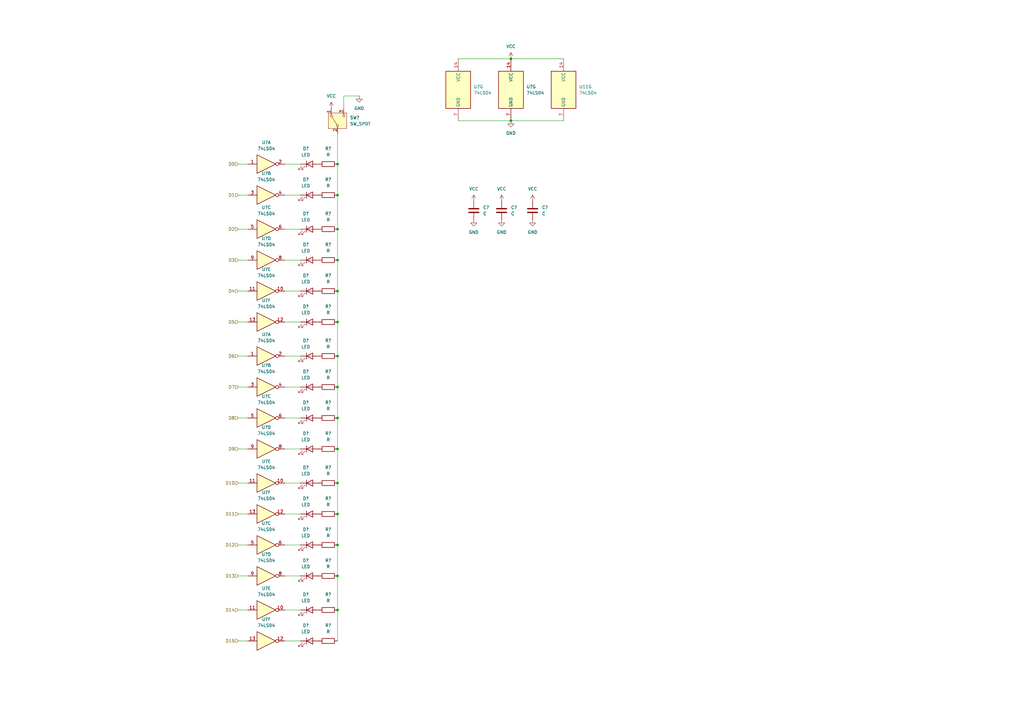
<source format=kicad_sch>
(kicad_sch (version 20231120) (generator "eeschema") (generator_version "8.0")
  (paper "A3")
  (lib_symbols
    (symbol "74xx:74LS04"
      (property "Reference" "U" (at 0 1.27 0))
      (property "Value" "74LS04" (at 0 -1.27 0))
      (symbol "74LS04_1_0"
        (polyline (pts (xy -3.81 3.81) (xy -3.81 -3.81) (xy 3.81 0) (xy -3.81 3.81)) (stroke (width 0.254)) (fill (type background)))
        (pin input line (at -7.62 0 0) (length 3.81) (name "~") (number "1"))
        (pin output inverted (at 7.62 0 180) (length 3.81) (name "~") (number "2"))
      )
      (symbol "74LS04_2_0"
        (polyline (pts (xy -3.81 3.81) (xy -3.81 -3.81) (xy 3.81 0) (xy -3.81 3.81)) (stroke (width 0.254)) (fill (type background)))
        (pin input line (at -7.62 0 0) (length 3.81) (name "~") (number "3"))
        (pin output inverted (at 7.62 0 180) (length 3.81) (name "~") (number "4"))
      )
      (symbol "74LS04_3_0"
        (polyline (pts (xy -3.81 3.81) (xy -3.81 -3.81) (xy 3.81 0) (xy -3.81 3.81)) (stroke (width 0.254)) (fill (type background)))
        (pin input line (at -7.62 0 0) (length 3.81) (name "~") (number "5"))
        (pin output inverted (at 7.62 0 180) (length 3.81) (name "~") (number "6"))
      )
      (symbol "74LS04_4_0"
        (polyline (pts (xy -3.81 3.81) (xy -3.81 -3.81) (xy 3.81 0) (xy -3.81 3.81)) (stroke (width 0.254)) (fill (type background)))
        (pin output inverted (at 7.62 0 180) (length 3.81) (name "~") (number "8"))
        (pin input line (at -7.62 0 0) (length 3.81) (name "~") (number "9"))
      )
      (symbol "74LS04_5_0"
        (polyline (pts (xy -3.81 3.81) (xy -3.81 -3.81) (xy 3.81 0) (xy -3.81 3.81)) (stroke (width 0.254)) (fill (type background)))
        (pin output inverted (at 7.62 0 180) (length 3.81) (name "~") (number "10"))
        (pin input line (at -7.62 0 0) (length 3.81) (name "~") (number "11"))
      )
      (symbol "74LS04_6_0"
        (polyline (pts (xy -3.81 3.81) (xy -3.81 -3.81) (xy 3.81 0) (xy -3.81 3.81)) (stroke (width 0.254)) (fill (type background)))
        (pin output inverted (at 7.62 0 180) (length 3.81) (name "~") (number "12"))
        (pin input line (at -7.62 0 0) (length 3.81) (name "~") (number "13"))
      )
      (symbol "74LS04_7_0"
        (pin power_in line (at 0 12.7 270) (length 5.08) (name "VCC") (number "14"))
        (pin power_in line (at 0 -12.7 90) (length 5.08) (name "GND") (number "7"))
      )
      (symbol "74LS04_7_1"
        (rectangle (start -5.08 7.62) (end 5.08 -7.62) (stroke (width 0.254)) (fill (type background)))
      )
    )
    (symbol "Device:C" (pin_numbers hide) (pin_names (offset 0.254))
      (property "Reference" "C" (at 0.635 2.54 0))
      (property "Value" "C" (at 0.635 -2.54 0))
      (symbol "C_0_1"
        (polyline (pts (xy -2.032 -0.762) (xy 2.032 -0.762)) (stroke (width 0.508)))
        (polyline (pts (xy -2.032 0.762) (xy 2.032 0.762)) (stroke (width 0.508)))
      )
      (symbol "C_1_1"
        (pin passive line (at 0 3.81 270) (length 2.794) (name "~") (number "1"))
        (pin passive line (at 0 -3.81 90) (length 2.794) (name "~") (number "2"))
      )
    )
    (symbol "Device:LED" (pin_numbers hide) (pin_names (offset 1.016) hide)
      (property "Reference" "D" (at 0 2.54 0))
      (property "Value" "LED" (at 0 -2.54 0))
      (symbol "LED_0_1"
        (polyline (pts (xy -1.27 -1.27) (xy -1.27 1.27)) (stroke (width 0.254)))
        (polyline (pts (xy -1.27 0) (xy 1.27 0)))
        (polyline (pts (xy 1.27 -1.27) (xy 1.27 1.27) (xy -1.27 0) (xy 1.27 -1.27)) (stroke (width 0.254)))
        (polyline (pts (xy -3.048 -0.762) (xy -4.572 -2.286) (xy -3.81 -2.286) (xy -4.572 -2.286) (xy -4.572 -1.524)))
        (polyline (pts (xy -1.778 -0.762) (xy -3.302 -2.286) (xy -2.54 -2.286) (xy -3.302 -2.286) (xy -3.302 -1.524)))
      )
      (symbol "LED_1_1"
        (pin passive line (at -3.81 0 0) (length 2.54) (name "K") (number "1"))
        (pin passive line (at 3.81 0 180) (length 2.54) (name "A") (number "2"))
      )
    )
    (symbol "Device:R" (pin_numbers hide) (pin_names (offset 0))
      (property "Reference" "R" (at 2.032 0 90))
      (property "Value" "R" (at 0 0 90))
      (symbol "R_0_1"
        (rectangle (start -1.016 -2.54) (end 1.016 2.54) (stroke (width 0.254)))
      )
      (symbol "R_1_1"
        (pin passive line (at 0 3.81 270) (length 1.27) (name "~") (number "1"))
        (pin passive line (at 0 -3.81 90) (length 1.27) (name "~") (number "2"))
      )
    )
    (symbol "Switch:SW_SPDT" (pin_names (offset 0) hide)
      (property "Reference" "SW" (at 0 5.08 0))
      (property "Value" "SW_SPDT" (at 0 -5.08 0))
      (symbol "SW_SPDT_0_1"
        (circle (center -2.032 0) (radius 0.4572))
        (polyline (pts (xy -1.651 0.254) (xy 1.651 2.286)))
        (circle (center 2.032 -2.54) (radius 0.4572))
        (circle (center 2.032 2.54) (radius 0.4572))
      )
      (symbol "SW_SPDT_1_1"
        (rectangle (start -3.175 3.81) (end 3.175 -3.81) (fill (type background)))
        (pin passive line (at 5.08 2.54 180) (length 2.54) (name "A") (number "1"))
        (pin passive line (at -5.08 0 0) (length 2.54) (name "B") (number "2"))
        (pin passive line (at 5.08 -2.54 180) (length 2.54) (name "C") (number "3"))
      )
    )
    (symbol "power:GND" (power) (pin_numbers hide) (pin_names (offset 0) hide)
      (property "Value" "GND" (at 0 -3.81 0))
      (symbol "GND_0_1"
        (polyline (pts (xy 0 0) (xy 0 -1.27) (xy 1.27 -1.27) (xy 0 -2.54) (xy -1.27 -1.27) (xy 0 -1.27)))
      )
      (symbol "GND_1_1"
        (pin power_in line (at 0 0 270) (length 0) (name "~") (number "1"))
      )
    )
    (symbol "power:VCC" (power) (pin_numbers hide) (pin_names (offset 0) hide)
      (property "Value" "VCC" (at 0 3.556 0))
      (symbol "VCC_0_1"
        (polyline (pts (xy -0.762 1.27) (xy 0 2.54)))
        (polyline (pts (xy 0 0) (xy 0 2.54)))
        (polyline (pts (xy 0 2.54) (xy 0.762 1.27)))
      )
      (symbol "VCC_1_1"
        (pin power_in line (at 0 0 90) (length 0) (name "~") (number "1"))
      )
    )
  )
  (junction (at 138.43 146.05))
  (junction (at 138.43 171.45))
  (junction (at 138.43 106.68))
  (junction (at 138.43 67.31))
  (junction (at 138.43 210.82))
  (junction (at 138.43 158.75))
  (junction (at 138.43 250.19))
  (junction (at 138.43 119.38))
  (junction (at 138.43 236.22))
  (junction (at 138.43 184.15))
  (junction (at 209.55 49.53))
  (junction (at 138.43 223.52))
  (junction (at 138.43 198.12))
  (junction (at 138.43 93.98))
  (junction (at 138.43 132.08))
  (junction (at 138.43 80.01))
  (junction (at 209.55 24.13))
  (wire (pts (xy 138.43 171.45) (xy 138.43 184.15)))
  (wire (pts (xy 138.43 158.75) (xy 138.43 171.45)))
  (wire (pts (xy 116.84 132.08) (xy 123.19 132.08)))
  (wire (pts (xy 116.84 106.68) (xy 123.19 106.68)))
  (wire (pts (xy 116.84 67.31) (xy 123.19 67.31)))
  (wire (pts (xy 116.84 80.01) (xy 123.19 80.01)))
  (wire (pts (xy 138.43 132.08) (xy 138.43 146.05)))
  (wire (pts (xy 97.79 262.89) (xy 101.6 262.89)))
  (wire (pts (xy 138.43 67.31) (xy 138.43 80.01)))
  (wire (pts (xy 116.84 250.19) (xy 123.19 250.19)))
  (wire (pts (xy 97.79 184.15) (xy 101.6 184.15)))
  (wire (pts (xy 116.84 210.82) (xy 123.19 210.82)))
  (wire (pts (xy 138.43 184.15) (xy 138.43 198.12)))
  (wire (pts (xy 97.79 198.12) (xy 101.6 198.12)))
  (wire (pts (xy 97.79 223.52) (xy 101.6 223.52)))
  (wire (pts (xy 116.84 171.45) (xy 123.19 171.45)))
  (wire (pts (xy 116.84 146.05) (xy 123.19 146.05)))
  (wire (pts (xy 138.43 250.19) (xy 138.43 262.89)))
  (wire (pts (xy 97.79 210.82) (xy 101.6 210.82)))
  (wire (pts (xy 116.84 236.22) (xy 123.19 236.22)))
  (wire (pts (xy 97.79 146.05) (xy 101.6 146.05)))
  (wire (pts (xy 187.96 49.53) (xy 209.55 49.53)))
  (wire (pts (xy 209.55 24.13) (xy 231.14 24.13)))
  (wire (pts (xy 138.43 236.22) (xy 138.43 250.19)))
  (wire (pts (xy 138.43 223.52) (xy 138.43 236.22)))
  (wire (pts (xy 97.79 93.98) (xy 101.6 93.98)))
  (wire (pts (xy 138.43 93.98) (xy 138.43 106.68)))
  (wire (pts (xy 97.79 236.22) (xy 101.6 236.22)))
  (wire (pts (xy 116.84 119.38) (xy 123.19 119.38)))
  (wire (pts (xy 187.96 24.13) (xy 209.55 24.13)))
  (wire (pts (xy 138.43 146.05) (xy 138.43 158.75)))
  (wire (pts (xy 97.79 171.45) (xy 101.6 171.45)))
  (wire (pts (xy 116.84 158.75) (xy 123.19 158.75)))
  (wire (pts (xy 97.79 106.68) (xy 101.6 106.68)))
  (wire (pts (xy 97.79 132.08) (xy 101.6 132.08)))
  (wire (pts (xy 97.79 158.75) (xy 101.6 158.75)))
  (wire (pts (xy 138.43 80.01) (xy 138.43 93.98)))
  (wire (pts (xy 116.84 184.15) (xy 123.19 184.15)))
  (wire (pts (xy 140.97 44.45) (xy 140.97 39.37)))
  (wire (pts (xy 138.43 54.61) (xy 138.43 67.31)))
  (wire (pts (xy 116.84 198.12) (xy 123.19 198.12)))
  (wire (pts (xy 138.43 119.38) (xy 138.43 132.08)))
  (wire (pts (xy 116.84 262.89) (xy 123.19 262.89)))
  (wire (pts (xy 138.43 106.68) (xy 138.43 119.38)))
  (wire (pts (xy 116.84 93.98) (xy 123.19 93.98)))
  (wire (pts (xy 97.79 119.38) (xy 101.6 119.38)))
  (wire (pts (xy 140.97 39.37) (xy 147.32 39.37)))
  (wire (pts (xy 209.55 49.53) (xy 231.14 49.53)))
  (wire (pts (xy 97.79 80.01) (xy 101.6 80.01)))
  (wire (pts (xy 138.43 210.82) (xy 138.43 223.52)))
  (wire (pts (xy 97.79 67.31) (xy 101.6 67.31)))
  (wire (pts (xy 97.79 250.19) (xy 101.6 250.19)))
  (wire (pts (xy 116.84 223.52) (xy 123.19 223.52)))
  (wire (pts (xy 138.43 198.12) (xy 138.43 210.82)))
  (hierarchical_label "D5" (shape input) (at 97.79 132.08 180))
  (hierarchical_label "D6" (shape input) (at 97.79 146.05 180))
  (hierarchical_label "D2" (shape input) (at 97.79 93.98 180))
  (hierarchical_label "D14" (shape input) (at 97.79 250.19 180))
  (hierarchical_label "D15" (shape input) (at 97.79 262.89 180))
  (hierarchical_label "D0" (shape input) (at 97.79 67.31 180))
  (hierarchical_label "D7" (shape input) (at 97.79 158.75 180))
  (hierarchical_label "D10" (shape input) (at 97.79 198.12 180))
  (hierarchical_label "D13" (shape input) (at 97.79 236.22 180))
  (hierarchical_label "D1" (shape input) (at 97.79 80.01 180))
  (hierarchical_label "D4" (shape input) (at 97.79 119.38 180))
  (hierarchical_label "D8" (shape input) (at 97.79 171.45 180))
  (hierarchical_label "D12" (shape input) (at 97.79 223.52 180))
  (hierarchical_label "D11" (shape input) (at 97.79 210.82 180))
  (hierarchical_label "D3" (shape input) (at 97.79 106.68 180))
  (hierarchical_label "D9" (shape input) (at 97.79 184.15 180))
  (symbol (lib_id "Device:R") (at 134.62 106.68 90) (unit 1)
    (property "Reference" "R?" (at 134.62 100.33 90))
    (property "Value" "R" (at 134.62 102.87 90))
    (property "Footprint" "Resistor_SMD:R_0805_2012Metric" (effects (hide yes)))
    (property "Description" "Resistor" (effects (hide yes)))
    (instances (project "pcb_proc_ram" (path "" (reference "R?") (unit 1)) (path "" (reference "R?") (unit 1))) (project "" (path "" (reference "R4") (unit 1))))
  )
  (symbol (lib_id "Device:C") (at 205.74 86.36 0) (unit 1)
    (property "Reference" "C?" (at 209.55 85.0899 0) (effects (justify left)))
    (property "Value" "C" (at 209.55 87.6299 0) (effects (justify left)))
    (property "Footprint" "Capacitor_SMD:C_0805_2012Metric" (effects (hide yes)))
    (property "Description" "Unpolarized capacitor" (effects (hide yes)))
    (instances (project "pcb_proc_ram" (path "" (reference "C?") (unit 1)) (path "" (reference "C?") (unit 1))) (project "" (path "" (reference "C2") (unit 1))))
  )
  (symbol (lib_id "Device:R") (at 134.62 262.89 90) (unit 1)
    (property "Reference" "R?" (at 134.62 256.54 90))
    (property "Value" "R" (at 134.62 259.08 90))
    (property "Footprint" "Resistor_SMD:R_0805_2012Metric" (effects (hide yes)))
    (property "Description" "Resistor" (effects (hide yes)))
    (instances (project "pcb_proc_ram" (path "" (reference "R?") (unit 1)) (path "" (reference "R?") (unit 1))) (project "" (path "" (reference "R16") (unit 1))))
  )
  (symbol (lib_id "Device:LED") (at 127 158.75 0) (unit 1)
    (property "Reference" "D?" (at 125.4125 152.4 0))
    (property "Value" "LED" (at 125.4125 154.94 0))
    (property "Footprint" "LED_THT:LED_Rectangular_W5.0mm_H2.0mm" (effects (hide yes)))
    (property "Description" "Light emitting diode" (effects (hide yes)))
    (instances (project "pcb_proc_ram" (path "" (reference "D?") (unit 1)) (path "" (reference "D?") (unit 1))) (project "" (path "" (reference "D8") (unit 1))))
  )
  (symbol (lib_id "Device:R") (at 134.62 93.98 90) (unit 1)
    (property "Reference" "R?" (at 134.62 87.63 90))
    (property "Value" "R" (at 134.62 90.17 90))
    (property "Footprint" "Resistor_SMD:R_0805_2012Metric" (effects (hide yes)))
    (property "Description" "Resistor" (effects (hide yes)))
    (instances (project "pcb_proc_ram" (path "" (reference "R?") (unit 1)) (path "" (reference "R?") (unit 1))) (project "" (path "" (reference "R3") (unit 1))))
  )
  (symbol (lib_id "power:GND") (at 209.55 49.53 0) (unit 1)
    (property "Reference" "#PWR?" (effects (hide yes)))
    (property "Value" "GND" (at 209.55 54.61 0))
    (property "Description" "Power symbol creates a global label with name \"GND\" , ground" (effects (hide yes)))
    (instances (project "pcb_proc_ram" (path "" (reference "#PWR?") (unit 1)) (path "" (reference "#PWR?") (unit 1))) (project "" (path "" (reference "#PWR022") (unit 1))))
  )
  (symbol (lib_id "74xx:74LS04") (at 209.55 36.83 0) (unit 7)
    (property "Reference" "U?" (at 215.9 35.5599 0) (effects (justify left)))
    (property "Value" "74LS04" (at 215.9 38.0999 0) (effects (justify left)))
    (property "Footprint" "Package_DIP:DIP-14_W7.62mm_LongPads" (effects (hide yes)))
    (property "Datasheet" "http://www.ti.com/lit/gpn/sn74LS04" (effects (hide yes)))
    (property "Description" "Hex Inverter" (effects (hide yes)))
    (instances (project "pcb_proc_ram" (path "" (reference "U?") (unit 7)) (path "" (reference "U?") (unit 7))) (project "" (path "" (reference "U10") (unit 7))))
  )
  (symbol (lib_id "Device:LED") (at 127 262.89 0) (unit 1)
    (property "Reference" "D?" (at 125.4125 256.54 0))
    (property "Value" "LED" (at 125.4125 259.08 0))
    (property "Footprint" "LED_THT:LED_Rectangular_W5.0mm_H2.0mm" (effects (hide yes)))
    (property "Description" "Light emitting diode" (effects (hide yes)))
    (instances (project "pcb_proc_ram" (path "" (reference "D?") (unit 1)) (path "" (reference "D?") (unit 1))) (project "" (path "" (reference "D16") (unit 1))))
  )
  (symbol (lib_id "Device:LED") (at 127 132.08 0) (unit 1)
    (property "Reference" "D?" (at 125.4125 125.73 0))
    (property "Value" "LED" (at 125.4125 128.27 0))
    (property "Footprint" "LED_THT:LED_Rectangular_W5.0mm_H2.0mm" (effects (hide yes)))
    (property "Description" "Light emitting diode" (effects (hide yes)))
    (instances (project "pcb_proc_ram" (path "" (reference "D?") (unit 1)) (path "" (reference "D?") (unit 1))) (project "" (path "" (reference "D6") (unit 1))))
  )
  (symbol (lib_id "Device:LED") (at 127 171.45 0) (unit 1)
    (property "Reference" "D?" (at 125.4125 165.1 0))
    (property "Value" "LED" (at 125.4125 167.64 0))
    (property "Footprint" "LED_THT:LED_Rectangular_W5.0mm_H2.0mm" (effects (hide yes)))
    (property "Description" "Light emitting diode" (effects (hide yes)))
    (instances (project "pcb_proc_ram" (path "" (reference "D?") (unit 1)) (path "" (reference "D?") (unit 1))) (project "" (path "" (reference "D9") (unit 1))))
  )
  (symbol (lib_id "power:VCC") (at 209.55 24.13 0) (unit 1)
    (property "Reference" "#PWR?" (effects (hide yes)))
    (property "Value" "VCC" (at 209.55 19.05 0))
    (property "Description" "Power symbol creates a global label with name \"VCC\"" (effects (hide yes)))
    (instances (project "pcb_proc_ram" (path "" (reference "#PWR?") (unit 1)) (path "" (reference "#PWR?") (unit 1))) (project "" (path "" (reference "#PWR019") (unit 1))))
  )
  (symbol (lib_id "Device:R") (at 134.62 132.08 90) (unit 1)
    (property "Reference" "R?" (at 134.62 125.73 90))
    (property "Value" "R" (at 134.62 128.27 90))
    (property "Footprint" "Resistor_SMD:R_0805_2012Metric" (effects (hide yes)))
    (property "Description" "Resistor" (effects (hide yes)))
    (instances (project "pcb_proc_ram" (path "" (reference "R?") (unit 1)) (path "" (reference "R?") (unit 1))) (project "" (path "" (reference "R6") (unit 1))))
  )
  (symbol (lib_id "power:GND") (at 218.44 90.17 0) (unit 1)
    (property "Reference" "#PWR?" (effects (hide yes)))
    (property "Value" "GND" (at 218.44 95.25 0))
    (property "Description" "Power symbol creates a global label with name \"GND\" , ground" (effects (hide yes)))
    (instances (project "pcb_proc_ram" (path "" (reference "#PWR?") (unit 1)) (path "" (reference "#PWR?") (unit 1))) (project "" (path "" (reference "#PWR028") (unit 1))))
  )
  (symbol (lib_id "74xx:74LS04") (at 109.22 67.31 0) (unit 1)
    (property "Reference" "U?" (at 109.22 58.42 0))
    (property "Value" "74LS04" (at 109.22 60.96 0))
    (property "Footprint" "Package_DIP:DIP-14_W7.62mm_Socket_LongPads" (effects (hide yes)))
    (property "Datasheet" "http://www.ti.com/lit/gpn/sn74LS04" (effects (hide yes)))
    (property "Description" "Hex Inverter" (effects (hide yes)))
    (instances (project "pcb_proc_ram" (path "" (reference "U?") (unit 1)) (path "" (reference "U?") (unit 1))) (project "" (path "" (reference "U9") (unit 1))))
  )
  (symbol (lib_id "power:GND") (at 194.31 90.17 0) (unit 1)
    (property "Reference" "#PWR?" (effects (hide yes)))
    (property "Value" "GND" (at 194.31 95.25 0))
    (property "Description" "Power symbol creates a global label with name \"GND\" , ground" (effects (hide yes)))
    (instances (project "pcb_proc_ram" (path "" (reference "#PWR?") (unit 1)) (path "" (reference "#PWR?") (unit 1))) (project "" (path "" (reference "#PWR026") (unit 1))))
  )
  (symbol (lib_id "74xx:74LS04") (at 187.96 36.83 0) (unit 7)
    (property "Reference" "U?" (at 194.31 35.5599 0) (effects (justify left)))
    (property "Value" "74LS04" (at 194.31 38.0999 0) (effects (justify left)))
    (property "Footprint" "Package_DIP:DIP-14_W7.62mm_Socket_LongPads" (effects (hide yes)))
    (property "Datasheet" "http://www.ti.com/lit/gpn/sn74LS04" (effects (hide yes)))
    (property "Description" "Hex Inverter" (effects (hide yes)))
    (instances (project "pcb_proc_ram" (path "" (reference "U?") (unit 7)) (path "" (reference "U?") (unit 7))) (project "" (path "" (reference "U9") (unit 7))))
  )
  (symbol (lib_id "Device:LED") (at 127 106.68 0) (unit 1)
    (property "Reference" "D?" (at 125.4125 100.33 0))
    (property "Value" "LED" (at 125.4125 102.87 0))
    (property "Footprint" "LED_THT:LED_Rectangular_W5.0mm_H2.0mm" (effects (hide yes)))
    (property "Description" "Light emitting diode" (effects (hide yes)))
    (instances (project "pcb_proc_ram" (path "" (reference "D?") (unit 1)) (path "" (reference "D?") (unit 1))) (project "" (path "" (reference "D4") (unit 1))))
  )
  (symbol (lib_id "74xx:74LS04") (at 109.22 146.05 0) (unit 1)
    (property "Reference" "U?" (at 109.22 137.16 0))
    (property "Value" "74LS04" (at 109.22 139.7 0))
    (property "Footprint" "Package_DIP:DIP-14_W7.62mm_LongPads" (effects (hide yes)))
    (property "Datasheet" "http://www.ti.com/lit/gpn/sn74LS04" (effects (hide yes)))
    (property "Description" "Hex Inverter" (effects (hide yes)))
    (instances (project "pcb_proc_ram" (path "" (reference "U?") (unit 1)) (path "" (reference "U?") (unit 1))) (project "" (path "" (reference "U10") (unit 1))))
  )
  (symbol (lib_id "power:VCC") (at 205.74 82.55 0) (unit 1)
    (property "Reference" "#PWR?" (effects (hide yes)))
    (property "Value" "VCC" (at 205.74 77.47 0))
    (property "Description" "Power symbol creates a global label with name \"VCC\"" (effects (hide yes)))
    (instances (project "pcb_proc_ram" (path "" (reference "#PWR?") (unit 1)) (path "" (reference "#PWR?") (unit 1))) (project "" (path "" (reference "#PWR024") (unit 1))))
  )
  (symbol (lib_id "power:VCC") (at 135.89 44.45 0) (unit 1)
    (property "Reference" "#PWR?" (effects (hide yes)))
    (property "Value" "VCC" (at 135.89 39.37 0))
    (property "Description" "Power symbol creates a global label with name \"VCC\"" (effects (hide yes)))
    (instances (project "pcb_proc_ram" (path "" (reference "#PWR?") (unit 1)) (path "" (reference "#PWR?") (unit 1))) (project "" (path "" (reference "#PWR021") (unit 1))))
  )
  (symbol (lib_id "Device:R") (at 134.62 223.52 90) (unit 1)
    (property "Reference" "R?" (at 134.62 217.17 90))
    (property "Value" "R" (at 134.62 219.71 90))
    (property "Footprint" "Resistor_SMD:R_0805_2012Metric" (effects (hide yes)))
    (property "Description" "Resistor" (effects (hide yes)))
    (instances (project "pcb_proc_ram" (path "" (reference "R?") (unit 1)) (path "" (reference "R?") (unit 1))) (project "" (path "" (reference "R13") (unit 1))))
  )
  (symbol (lib_id "Device:R") (at 134.62 80.01 90) (unit 1)
    (property "Reference" "R?" (at 134.62 73.66 90))
    (property "Value" "R" (at 134.62 76.2 90))
    (property "Footprint" "Resistor_SMD:R_0805_2012Metric" (effects (hide yes)))
    (property "Description" "Resistor" (effects (hide yes)))
    (instances (project "pcb_proc_ram" (path "" (reference "R?") (unit 1)) (path "" (reference "R?") (unit 1))) (project "" (path "" (reference "R2") (unit 1))))
  )
  (symbol (lib_id "74xx:74LS04") (at 109.22 106.68 0) (unit 4)
    (property "Reference" "U?" (at 109.22 97.79 0))
    (property "Value" "74LS04" (at 109.22 100.33 0))
    (property "Footprint" "Package_DIP:DIP-14_W7.62mm_Socket_LongPads" (effects (hide yes)))
    (property "Datasheet" "http://www.ti.com/lit/gpn/sn74LS04" (effects (hide yes)))
    (property "Description" "Hex Inverter" (effects (hide yes)))
    (instances (project "pcb_proc_ram" (path "" (reference "U?") (unit 4)) (path "" (reference "U?") (unit 4))) (project "" (path "" (reference "U9") (unit 4))))
  )
  (symbol (lib_id "Device:R") (at 134.62 184.15 90) (unit 1)
    (property "Reference" "R?" (at 134.62 177.8 90))
    (property "Value" "R" (at 134.62 180.34 90))
    (property "Footprint" "Resistor_SMD:R_0805_2012Metric" (effects (hide yes)))
    (property "Description" "Resistor" (effects (hide yes)))
    (instances (project "pcb_proc_ram" (path "" (reference "R?") (unit 1)) (path "" (reference "R?") (unit 1))) (project "" (path "" (reference "R10") (unit 1))))
  )
  (symbol (lib_id "Device:LED") (at 127 236.22 0) (unit 1)
    (property "Reference" "D?" (at 125.4125 229.87 0))
    (property "Value" "LED" (at 125.4125 232.41 0))
    (property "Footprint" "LED_THT:LED_Rectangular_W5.0mm_H2.0mm" (effects (hide yes)))
    (property "Description" "Light emitting diode" (effects (hide yes)))
    (instances (project "pcb_proc_ram" (path "" (reference "D?") (unit 1)) (path "" (reference "D?") (unit 1))) (project "" (path "" (reference "D14") (unit 1))))
  )
  (symbol (lib_id "74xx:74LS04") (at 109.22 198.12 0) (unit 5)
    (property "Reference" "U?" (at 109.22 189.23 0))
    (property "Value" "74LS04" (at 109.22 191.77 0))
    (property "Footprint" "Package_DIP:DIP-14_W7.62mm_LongPads" (effects (hide yes)))
    (property "Datasheet" "http://www.ti.com/lit/gpn/sn74LS04" (effects (hide yes)))
    (property "Description" "Hex Inverter" (effects (hide yes)))
    (instances (project "pcb_proc_ram" (path "" (reference "U?") (unit 5)) (path "" (reference "U?") (unit 5))) (project "" (path "" (reference "U10") (unit 5))))
  )
  (symbol (lib_id "power:GND") (at 147.32 39.37 0) (unit 1)
    (property "Reference" "#PWR?" (effects (hide yes)))
    (property "Value" "GND" (at 147.32 44.45 0))
    (property "Description" "Power symbol creates a global label with name \"GND\" , ground" (effects (hide yes)))
    (instances (project "pcb_proc_ram" (path "" (reference "#PWR?") (unit 1)) (path "" (reference "#PWR?") (unit 1))) (project "" (path "" (reference "#PWR020") (unit 1))))
  )
  (symbol (lib_id "74xx:74LS04") (at 231.14 36.83 0) (unit 7)
    (property "Reference" "U11" (at 237.49 35.5599 0) (effects (justify left)))
    (property "Value" "74LS04" (at 237.49 38.0999 0) (effects (justify left)))
    (property "Footprint" "Package_DIP:DIP-14_W7.62mm_LongPads" (effects (hide yes)))
    (property "Datasheet" "http://www.ti.com/lit/gpn/sn74LS04" (effects (hide yes)))
    (property "Description" "Hex Inverter" (effects (hide yes)))
  )
  (symbol (lib_id "power:VCC") (at 218.44 82.55 0) (unit 1)
    (property "Reference" "#PWR?" (effects (hide yes)))
    (property "Value" "VCC" (at 218.44 77.47 0))
    (property "Description" "Power symbol creates a global label with name \"VCC\"" (effects (hide yes)))
    (instances (project "pcb_proc_ram" (path "" (reference "#PWR?") (unit 1)) (path "" (reference "#PWR?") (unit 1))) (project "" (path "" (reference "#PWR025") (unit 1))))
  )
  (symbol (lib_id "Device:LED") (at 127 119.38 0) (unit 1)
    (property "Reference" "D?" (at 125.4125 113.03 0))
    (property "Value" "LED" (at 125.4125 115.57 0))
    (property "Footprint" "LED_THT:LED_Rectangular_W5.0mm_H2.0mm" (effects (hide yes)))
    (property "Description" "Light emitting diode" (effects (hide yes)))
    (instances (project "pcb_proc_ram" (path "" (reference "D?") (unit 1)) (path "" (reference "D?") (unit 1))) (project "" (path "" (reference "D5") (unit 1))))
  )
  (symbol (lib_id "Device:LED") (at 127 223.52 0) (unit 1)
    (property "Reference" "D?" (at 125.4125 217.17 0))
    (property "Value" "LED" (at 125.4125 219.71 0))
    (property "Footprint" "LED_THT:LED_Rectangular_W5.0mm_H2.0mm" (effects (hide yes)))
    (property "Description" "Light emitting diode" (effects (hide yes)))
    (instances (project "pcb_proc_ram" (path "" (reference "D?") (unit 1)) (path "" (reference "D?") (unit 1))) (project "" (path "" (reference "D13") (unit 1))))
  )
  (symbol (lib_id "74xx:74LS04") (at 109.22 262.89 0) (unit 6)
    (property "Reference" "U?" (at 109.22 254 0))
    (property "Value" "74LS04" (at 109.22 256.54 0))
    (property "Footprint" "Package_DIP:DIP-14_W7.62mm_LongPads" (effects (hide yes)))
    (property "Datasheet" "http://www.ti.com/lit/gpn/sn74LS04" (effects (hide yes)))
    (property "Description" "Hex Inverter" (effects (hide yes)))
    (instances (project "pcb_proc_ram" (path "" (reference "U?") (unit 6)) (path "" (reference "U?") (unit 6))) (project "" (path "" (reference "U11") (unit 6))))
  )
  (symbol (lib_id "Device:C") (at 194.31 86.36 0) (unit 1)
    (property "Reference" "C?" (at 198.12 85.0899 0) (effects (justify left)))
    (property "Value" "C" (at 198.12 87.6299 0) (effects (justify left)))
    (property "Footprint" "Capacitor_SMD:C_0805_2012Metric" (effects (hide yes)))
    (property "Description" "Unpolarized capacitor" (effects (hide yes)))
    (instances (project "pcb_proc_ram" (path "" (reference "C?") (unit 1)) (path "" (reference "C?") (unit 1))) (project "" (path "" (reference "C1") (unit 1))))
  )
  (symbol (lib_id "Device:R") (at 134.62 67.31 90) (unit 1)
    (property "Reference" "R?" (at 134.62 60.96 90))
    (property "Value" "R" (at 134.62 63.5 90))
    (property "Footprint" "Resistor_SMD:R_0805_2012Metric" (effects (hide yes)))
    (property "Description" "Resistor" (effects (hide yes)))
    (instances (project "" (path "" (reference "R?") (unit 1)) (path "" (reference "R?") (unit 1))) (project "" (path "" (reference "R1") (unit 1))))
  )
  (symbol (lib_id "power:VCC") (at 194.31 82.55 0) (unit 1)
    (property "Reference" "#PWR?" (effects (hide yes)))
    (property "Value" "VCC" (at 194.31 77.47 0))
    (property "Description" "Power symbol creates a global label with name \"VCC\"" (effects (hide yes)))
    (instances (project "pcb_proc_ram" (path "" (reference "#PWR?") (unit 1)) (path "" (reference "#PWR?") (unit 1))) (project "" (path "" (reference "#PWR023") (unit 1))))
  )
  (symbol (lib_id "Device:R") (at 134.62 198.12 90) (unit 1)
    (property "Reference" "R?" (at 134.62 191.77 90))
    (property "Value" "R" (at 134.62 194.31 90))
    (property "Footprint" "Resistor_SMD:R_0805_2012Metric" (effects (hide yes)))
    (property "Description" "Resistor" (effects (hide yes)))
    (instances (project "pcb_proc_ram" (path "" (reference "R?") (unit 1)) (path "" (reference "R?") (unit 1))) (project "" (path "" (reference "R11") (unit 1))))
  )
  (symbol (lib_id "74xx:74LS04") (at 109.22 119.38 0) (unit 5)
    (property "Reference" "U?" (at 109.22 110.49 0))
    (property "Value" "74LS04" (at 109.22 113.03 0))
    (property "Footprint" "Package_DIP:DIP-14_W7.62mm_Socket_LongPads" (effects (hide yes)))
    (property "Datasheet" "http://www.ti.com/lit/gpn/sn74LS04" (effects (hide yes)))
    (property "Description" "Hex Inverter" (effects (hide yes)))
    (instances (project "pcb_proc_ram" (path "" (reference "U?") (unit 5)) (path "" (reference "U?") (unit 5))) (project "" (path "" (reference "U9") (unit 5))))
  )
  (symbol (lib_id "Device:R") (at 134.62 210.82 90) (unit 1)
    (property "Reference" "R?" (at 134.62 204.47 90))
    (property "Value" "R" (at 134.62 207.01 90))
    (property "Footprint" "Resistor_SMD:R_0805_2012Metric" (effects (hide yes)))
    (property "Description" "Resistor" (effects (hide yes)))
    (instances (project "pcb_proc_ram" (path "" (reference "R?") (unit 1)) (path "" (reference "R?") (unit 1))) (project "" (path "" (reference "R12") (unit 1))))
  )
  (symbol (lib_id "Device:LED") (at 127 198.12 0) (unit 1)
    (property "Reference" "D?" (at 125.4125 191.77 0))
    (property "Value" "LED" (at 125.4125 194.31 0))
    (property "Footprint" "LED_THT:LED_Rectangular_W5.0mm_H2.0mm" (effects (hide yes)))
    (property "Description" "Light emitting diode" (effects (hide yes)))
    (instances (project "pcb_proc_ram" (path "" (reference "D?") (unit 1)) (path "" (reference "D?") (unit 1))) (project "" (path "" (reference "D11") (unit 1))))
  )
  (symbol (lib_id "Device:R") (at 134.62 158.75 90) (unit 1)
    (property "Reference" "R?" (at 134.62 152.4 90))
    (property "Value" "R" (at 134.62 154.94 90))
    (property "Footprint" "Resistor_SMD:R_0805_2012Metric" (effects (hide yes)))
    (property "Description" "Resistor" (effects (hide yes)))
    (instances (project "pcb_proc_ram" (path "" (reference "R?") (unit 1)) (path "" (reference "R?") (unit 1))) (project "" (path "" (reference "R8") (unit 1))))
  )
  (symbol (lib_id "74xx:74LS04") (at 109.22 171.45 0) (unit 3)
    (property "Reference" "U?" (at 109.22 162.56 0))
    (property "Value" "74LS04" (at 109.22 165.1 0))
    (property "Footprint" "Package_DIP:DIP-14_W7.62mm_LongPads" (effects (hide yes)))
    (property "Datasheet" "http://www.ti.com/lit/gpn/sn74LS04" (effects (hide yes)))
    (property "Description" "Hex Inverter" (effects (hide yes)))
    (instances (project "pcb_proc_ram" (path "" (reference "U?") (unit 3)) (path "" (reference "U?") (unit 3))) (project "" (path "" (reference "U10") (unit 3))))
  )
  (symbol (lib_id "Switch:SW_SPDT") (at 138.43 49.53 90) (unit 1)
    (property "Reference" "SW?" (at 143.51 48.2599 90) (effects (justify right)))
    (property "Value" "SW_SPDT" (at 143.51 50.7999 90) (effects (justify right)))
    (property "Footprint" "Button_Switch_THT:SW_E-Switch_EG1271_SPDT" (effects (hide yes)))
    (property "Description" "Switch, single pole double throw" (effects (hide yes)))
    (instances (project "pcb_proc_ram" (path "" (reference "SW?") (unit 1)) (path "" (reference "SW?") (unit 1))) (project "" (path "" (reference "SW1") (unit 1))))
  )
  (symbol (lib_id "Device:LED") (at 127 146.05 0) (unit 1)
    (property "Reference" "D?" (at 125.4125 139.7 0))
    (property "Value" "LED" (at 125.4125 142.24 0))
    (property "Footprint" "LED_THT:LED_Rectangular_W5.0mm_H2.0mm" (effects (hide yes)))
    (property "Description" "Light emitting diode" (effects (hide yes)))
    (instances (project "pcb_proc_ram" (path "" (reference "D?") (unit 1)) (path "" (reference "D?") (unit 1))) (project "" (path "" (reference "D7") (unit 1))))
  )
  (symbol (lib_id "Device:C") (at 218.44 86.36 0) (unit 1)
    (property "Reference" "C?" (at 222.25 85.0899 0) (effects (justify left)))
    (property "Value" "C" (at 222.25 87.6299 0) (effects (justify left)))
    (property "Footprint" "Capacitor_SMD:C_0805_2012Metric" (effects (hide yes)))
    (property "Description" "Unpolarized capacitor" (effects (hide yes)))
    (instances (project "pcb_proc_ram" (path "" (reference "C?") (unit 1)) (path "" (reference "C?") (unit 1))) (project "" (path "" (reference "C3") (unit 1))))
  )
  (symbol (lib_id "Device:R") (at 134.62 236.22 90) (unit 1)
    (property "Reference" "R?" (at 134.62 229.87 90))
    (property "Value" "R" (at 134.62 232.41 90))
    (property "Footprint" "Resistor_SMD:R_0805_2012Metric" (effects (hide yes)))
    (property "Description" "Resistor" (effects (hide yes)))
    (instances (project "pcb_proc_ram" (path "" (reference "R?") (unit 1)) (path "" (reference "R?") (unit 1))) (project "" (path "" (reference "R14") (unit 1))))
  )
  (symbol (lib_id "Device:R") (at 134.62 119.38 90) (unit 1)
    (property "Reference" "R?" (at 134.62 113.03 90))
    (property "Value" "R" (at 134.62 115.57 90))
    (property "Footprint" "Resistor_SMD:R_0805_2012Metric" (effects (hide yes)))
    (property "Description" "Resistor" (effects (hide yes)))
    (instances (project "pcb_proc_ram" (path "" (reference "R?") (unit 1)) (path "" (reference "R?") (unit 1))) (project "" (path "" (reference "R5") (unit 1))))
  )
  (symbol (lib_id "Device:LED") (at 127 210.82 0) (unit 1)
    (property "Reference" "D?" (at 125.4125 204.47 0))
    (property "Value" "LED" (at 125.4125 207.01 0))
    (property "Footprint" "LED_THT:LED_Rectangular_W5.0mm_H2.0mm" (effects (hide yes)))
    (property "Description" "Light emitting diode" (effects (hide yes)))
    (instances (project "pcb_proc_ram" (path "" (reference "D?") (unit 1)) (path "" (reference "D?") (unit 1))) (project "" (path "" (reference "D12") (unit 1))))
  )
  (symbol (lib_id "74xx:74LS04") (at 109.22 236.22 0) (unit 4)
    (property "Reference" "U?" (at 109.22 227.33 0))
    (property "Value" "74LS04" (at 109.22 229.87 0))
    (property "Footprint" "Package_DIP:DIP-14_W7.62mm_LongPads" (effects (hide yes)))
    (property "Datasheet" "http://www.ti.com/lit/gpn/sn74LS04" (effects (hide yes)))
    (property "Description" "Hex Inverter" (effects (hide yes)))
    (instances (project "pcb_proc_ram" (path "" (reference "U?") (unit 4)) (path "" (reference "U?") (unit 4))) (project "" (path "" (reference "U11") (unit 4))))
  )
  (symbol (lib_id "74xx:74LS04") (at 109.22 223.52 0) (unit 3)
    (property "Reference" "U?" (at 109.22 214.63 0))
    (property "Value" "74LS04" (at 109.22 217.17 0))
    (property "Footprint" "Package_DIP:DIP-14_W7.62mm_LongPads" (effects (hide yes)))
    (property "Datasheet" "http://www.ti.com/lit/gpn/sn74LS04" (effects (hide yes)))
    (property "Description" "Hex Inverter" (effects (hide yes)))
    (instances (project "pcb_proc_ram" (path "" (reference "U?") (unit 3)) (path "" (reference "U?") (unit 3))) (project "" (path "" (reference "U11") (unit 3))))
  )
  (symbol (lib_id "Device:R") (at 134.62 250.19 90) (unit 1)
    (property "Reference" "R?" (at 134.62 243.84 90))
    (property "Value" "R" (at 134.62 246.38 90))
    (property "Footprint" "Resistor_SMD:R_0805_2012Metric" (effects (hide yes)))
    (property "Description" "Resistor" (effects (hide yes)))
    (instances (project "pcb_proc_ram" (path "" (reference "R?") (unit 1)) (path "" (reference "R?") (unit 1))) (project "" (path "" (reference "R15") (unit 1))))
  )
  (symbol (lib_id "Device:R") (at 134.62 171.45 90) (unit 1)
    (property "Reference" "R?" (at 134.62 165.1 90))
    (property "Value" "R" (at 134.62 167.64 90))
    (property "Footprint" "Resistor_SMD:R_0805_2012Metric" (effects (hide yes)))
    (property "Description" "Resistor" (effects (hide yes)))
    (instances (project "pcb_proc_ram" (path "" (reference "R?") (unit 1)) (path "" (reference "R?") (unit 1))) (project "" (path "" (reference "R9") (unit 1))))
  )
  (symbol (lib_id "power:GND") (at 205.74 90.17 0) (unit 1)
    (property "Reference" "#PWR?" (effects (hide yes)))
    (property "Value" "GND" (at 205.74 95.25 0))
    (property "Description" "Power symbol creates a global label with name \"GND\" , ground" (effects (hide yes)))
    (instances (project "pcb_proc_ram" (path "" (reference "#PWR?") (unit 1)) (path "" (reference "#PWR?") (unit 1))) (project "" (path "" (reference "#PWR027") (unit 1))))
  )
  (symbol (lib_id "Device:LED") (at 127 67.31 0) (unit 1)
    (property "Reference" "D?" (at 125.4125 60.96 0))
    (property "Value" "LED" (at 125.4125 63.5 0))
    (property "Footprint" "LED_THT:LED_Rectangular_W5.0mm_H2.0mm" (effects (hide yes)))
    (property "Description" "Light emitting diode" (effects (hide yes)))
    (instances (project "pcb_proc_ram" (path "" (reference "D?") (unit 1)) (path "" (reference "D?") (unit 1))) (project "" (path "" (reference "D1") (unit 1))))
  )
  (symbol (lib_id "74xx:74LS04") (at 109.22 184.15 0) (unit 4)
    (property "Reference" "U?" (at 109.22 175.26 0))
    (property "Value" "74LS04" (at 109.22 177.8 0))
    (property "Footprint" "Package_DIP:DIP-14_W7.62mm_LongPads" (effects (hide yes)))
    (property "Datasheet" "http://www.ti.com/lit/gpn/sn74LS04" (effects (hide yes)))
    (property "Description" "Hex Inverter" (effects (hide yes)))
    (instances (project "pcb_proc_ram" (path "" (reference "U?") (unit 4)) (path "" (reference "U?") (unit 4))) (project "" (path "" (reference "U10") (unit 4))))
  )
  (symbol (lib_id "74xx:74LS04") (at 109.22 80.01 0) (unit 2)
    (property "Reference" "U?" (at 109.22 71.12 0))
    (property "Value" "74LS04" (at 109.22 73.66 0))
    (property "Footprint" "Package_DIP:DIP-14_W7.62mm_LongPads" (effects (hide yes)))
    (property "Datasheet" "http://www.ti.com/lit/gpn/sn74LS04" (effects (hide yes)))
    (property "Description" "Hex Inverter" (effects (hide yes)))
    (instances (project "pcb_proc_ram" (path "" (reference "U?") (unit 2)) (path "" (reference "U?") (unit 2))) (project "" (path "" (reference "U9") (unit 2))))
  )
  (symbol (lib_id "Device:LED") (at 127 184.15 0) (unit 1)
    (property "Reference" "D?" (at 125.4125 177.8 0))
    (property "Value" "LED" (at 125.4125 180.34 0))
    (property "Footprint" "LED_THT:LED_Rectangular_W5.0mm_H2.0mm" (effects (hide yes)))
    (property "Description" "Light emitting diode" (effects (hide yes)))
    (instances (project "pcb_proc_ram" (path "" (reference "D?") (unit 1)) (path "" (reference "D?") (unit 1))) (project "" (path "" (reference "D10") (unit 1))))
  )
  (symbol (lib_id "74xx:74LS04") (at 109.22 250.19 0) (unit 5)
    (property "Reference" "U?" (at 109.22 241.3 0))
    (property "Value" "74LS04" (at 109.22 243.84 0))
    (property "Footprint" "Package_DIP:DIP-14_W7.62mm_LongPads" (effects (hide yes)))
    (property "Datasheet" "http://www.ti.com/lit/gpn/sn74LS04" (effects (hide yes)))
    (property "Description" "Hex Inverter" (effects (hide yes)))
    (instances (project "pcb_proc_ram" (path "" (reference "U?") (unit 5)) (path "" (reference "U?") (unit 5))) (project "" (path "" (reference "U11") (unit 5))))
  )
  (symbol (lib_id "Device:R") (at 134.62 146.05 90) (unit 1)
    (property "Reference" "R?" (at 134.62 139.7 90))
    (property "Value" "R" (at 134.62 142.24 90))
    (property "Footprint" "Resistor_SMD:R_0805_2012Metric" (effects (hide yes)))
    (property "Description" "Resistor" (effects (hide yes)))
    (instances (project "pcb_proc_ram" (path "" (reference "R?") (unit 1)) (path "" (reference "R?") (unit 1))) (project "" (path "" (reference "R7") (unit 1))))
  )
  (symbol (lib_id "Device:LED") (at 127 93.98 0) (unit 1)
    (property "Reference" "D?" (at 125.4125 87.63 0))
    (property "Value" "LED" (at 125.4125 90.17 0))
    (property "Footprint" "LED_THT:LED_Rectangular_W5.0mm_H2.0mm" (effects (hide yes)))
    (property "Description" "Light emitting diode" (effects (hide yes)))
    (instances (project "pcb_proc_ram" (path "" (reference "D?") (unit 1)) (path "" (reference "D?") (unit 1))) (project "" (path "" (reference "D3") (unit 1))))
  )
  (symbol (lib_id "Device:LED") (at 127 250.19 0) (unit 1)
    (property "Reference" "D?" (at 125.4125 243.84 0))
    (property "Value" "LED" (at 125.4125 246.38 0))
    (property "Footprint" "LED_THT:LED_Rectangular_W5.0mm_H2.0mm" (effects (hide yes)))
    (property "Description" "Light emitting diode" (effects (hide yes)))
    (instances (project "pcb_proc_ram" (path "" (reference "D?") (unit 1)) (path "" (reference "D?") (unit 1))) (project "" (path "" (reference "D15") (unit 1))))
  )
  (symbol (lib_id "74xx:74LS04") (at 109.22 210.82 0) (unit 6)
    (property "Reference" "U?" (at 109.22 201.93 0))
    (property "Value" "74LS04" (at 109.22 204.47 0))
    (property "Footprint" "Package_DIP:DIP-14_W7.62mm_LongPads" (effects (hide yes)))
    (property "Datasheet" "http://www.ti.com/lit/gpn/sn74LS04" (effects (hide yes)))
    (property "Description" "Hex Inverter" (effects (hide yes)))
    (instances (project "pcb_proc_ram" (path "" (reference "U?") (unit 6)) (path "" (reference "U?") (unit 6))) (project "" (path "" (reference "U10") (unit 6))))
  )
  (symbol (lib_id "74xx:74LS04") (at 109.22 132.08 0) (unit 6)
    (property "Reference" "U?" (at 109.22 123.19 0))
    (property "Value" "74LS04" (at 109.22 125.73 0))
    (property "Footprint" "Package_DIP:DIP-14_W7.62mm_Socket_LongPads" (effects (hide yes)))
    (property "Datasheet" "http://www.ti.com/lit/gpn/sn74LS04" (effects (hide yes)))
    (property "Description" "Hex Inverter" (effects (hide yes)))
    (instances (project "pcb_proc_ram" (path "" (reference "U?") (unit 6)) (path "" (reference "U?") (unit 6))) (project "" (path "" (reference "U9") (unit 6))))
  )
  (symbol (lib_id "74xx:74LS04") (at 109.22 158.75 0) (unit 2)
    (property "Reference" "U?" (at 109.22 149.86 0))
    (property "Value" "74LS04" (at 109.22 152.4 0))
    (property "Footprint" "Package_DIP:DIP-14_W7.62mm_Socket_LongPads" (effects (hide yes)))
    (property "Datasheet" "http://www.ti.com/lit/gpn/sn74LS04" (effects (hide yes)))
    (property "Description" "Hex Inverter" (effects (hide yes)))
    (instances (project "pcb_proc_ram" (path "" (reference "U?") (unit 2)) (path "" (reference "U?") (unit 2))) (project "" (path "" (reference "U10") (unit 2))))
  )
  (symbol (lib_id "74xx:74LS04") (at 109.22 93.98 0) (unit 3)
    (property "Reference" "U?" (at 109.22 85.09 0))
    (property "Value" "74LS04" (at 109.22 87.63 0))
    (property "Footprint" "Package_DIP:DIP-14_W7.62mm_Socket_LongPads" (effects (hide yes)))
    (property "Datasheet" "http://www.ti.com/lit/gpn/sn74LS04" (effects (hide yes)))
    (property "Description" "Hex Inverter" (effects (hide yes)))
    (instances (project "pcb_proc_ram" (path "" (reference "U?") (unit 3)) (path "" (reference "U?") (unit 3))) (project "" (path "" (reference "U9") (unit 3))))
  )
  (symbol (lib_id "Device:LED") (at 127 80.01 0) (unit 1)
    (property "Reference" "D?" (at 125.4125 73.66 0))
    (property "Value" "LED" (at 125.4125 76.2 0))
    (property "Footprint" "LED_THT:LED_Rectangular_W5.0mm_H2.0mm" (effects (hide yes)))
    (property "Description" "Light emitting diode" (effects (hide yes)))
    (instances (project "pcb_proc_ram" (path "" (reference "D?") (unit 1)) (path "" (reference "D?") (unit 1))) (project "" (path "" (reference "D2") (unit 1))))
  )
)
</source>
